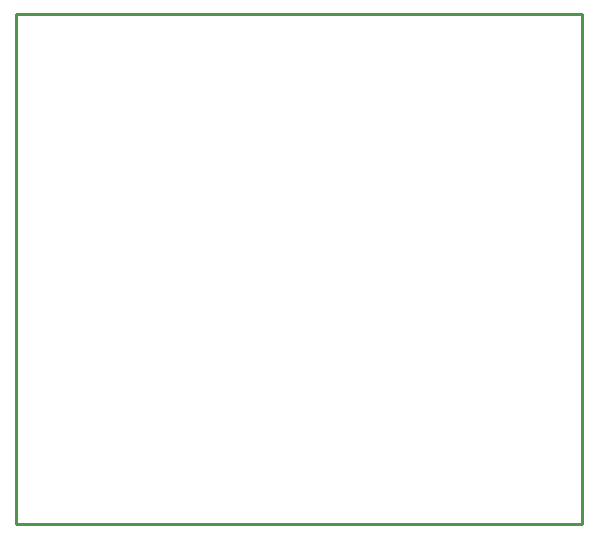
<source format=gbr>
G04 EAGLE Gerber RS-274X export*
G75*
%MOMM*%
%FSLAX34Y34*%
%LPD*%
%IN*%
%IPPOS*%
%AMOC8*
5,1,8,0,0,1.08239X$1,22.5*%
G01*
%ADD10C,0.254000*%


D10*
X0Y0D02*
X479300Y0D01*
X479300Y431700D01*
X0Y431700D01*
X0Y0D01*
M02*

</source>
